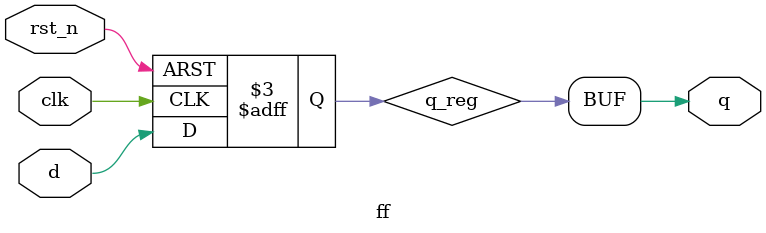
<source format=v>
module ff(
			input d, rst_n, clk,

			output q);

reg q_reg;

always @(posedge clk or negedge rst_n) begin
	if (! rst_n) begin
		q_reg <= 0;
	end
	else begin
		q_reg <= d;		
	end
end

assign q = q_reg;


endmodule
</source>
